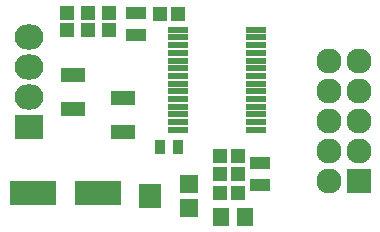
<source format=gbr>
G04 #@! TF.FileFunction,Soldermask,Top*
%FSLAX45Y45*%
G04 Gerber Fmt 4.5, Leading zero omitted, Abs format (unit mm)*
G04 Created by KiCad (PCBNEW 4.0.1-stable) date 12-Feb-16 12:46:57 PM*
%MOMM*%
G01*
G04 APERTURE LIST*
%ADD10C,0.100000*%
%ADD11R,1.770000X0.520000*%
%ADD12R,1.200000X1.150000*%
%ADD13R,1.700000X1.100000*%
%ADD14R,1.150000X1.200000*%
%ADD15R,2.432000X2.127200*%
%ADD16O,2.432000X2.127200*%
%ADD17R,3.999180X2.000200*%
%ADD18R,0.900000X1.300000*%
%ADD19R,1.400000X1.650000*%
%ADD20R,1.600000X1.600000*%
%ADD21R,1.900000X2.000000*%
%ADD22R,2.100000X1.300000*%
%ADD23R,2.127200X2.127200*%
%ADD24O,2.127200X2.127200*%
G04 APERTURE END LIST*
D10*
D11*
X2240500Y-279500D03*
X1580500Y-279500D03*
X2240500Y-344500D03*
X1580500Y-344500D03*
X2240500Y-409500D03*
X1580500Y-409500D03*
X2240500Y-474500D03*
X1580500Y-474500D03*
X2240500Y-539500D03*
X1580500Y-539500D03*
X2240500Y-604500D03*
X1580500Y-604500D03*
X2240500Y-669500D03*
X1580500Y-669500D03*
X2240500Y-734500D03*
X1580500Y-734500D03*
X2240500Y-799500D03*
X1580500Y-799500D03*
X2240500Y-864500D03*
X1580500Y-864500D03*
X2240500Y-929500D03*
X1580500Y-929500D03*
X2240500Y-994500D03*
X1580500Y-994500D03*
X2240500Y-1059500D03*
X1580500Y-1059500D03*
X2240500Y-1124500D03*
X1580500Y-1124500D03*
D12*
X1941000Y-1663000D03*
X2091000Y-1663000D03*
D13*
X2278000Y-1596000D03*
X2278000Y-1406000D03*
D12*
X1942000Y-1504000D03*
X2092000Y-1504000D03*
X1942000Y-1345000D03*
X2092000Y-1345000D03*
X1430120Y-141660D03*
X1580120Y-141660D03*
D14*
X641520Y-135240D03*
X641520Y-285240D03*
X821860Y-135240D03*
X821860Y-285240D03*
D13*
X1228260Y-323020D03*
X1228260Y-133020D03*
D14*
X999660Y-285240D03*
X999660Y-135240D03*
D15*
X318940Y-1104320D03*
D16*
X318940Y-850320D03*
X318940Y-596320D03*
X318940Y-342320D03*
D17*
X352976Y-1660580D03*
X903140Y-1660580D03*
D18*
X1430020Y-1273000D03*
X1580020Y-1273000D03*
D19*
X2147000Y-1862000D03*
X1947000Y-1862000D03*
D20*
X1674000Y-1786000D03*
X1674000Y-1586000D03*
D21*
X1349000Y-1686000D03*
D22*
X695020Y-658000D03*
X695020Y-948000D03*
X1120020Y-858000D03*
X1120020Y-1148000D03*
D23*
X3114000Y-1557000D03*
D24*
X2860000Y-1557000D03*
X3114000Y-1303000D03*
X2860000Y-1303000D03*
X3114000Y-1049000D03*
X2860000Y-1049000D03*
X3114000Y-795000D03*
X2860000Y-795000D03*
X3114000Y-541000D03*
X2860000Y-541000D03*
M02*

</source>
